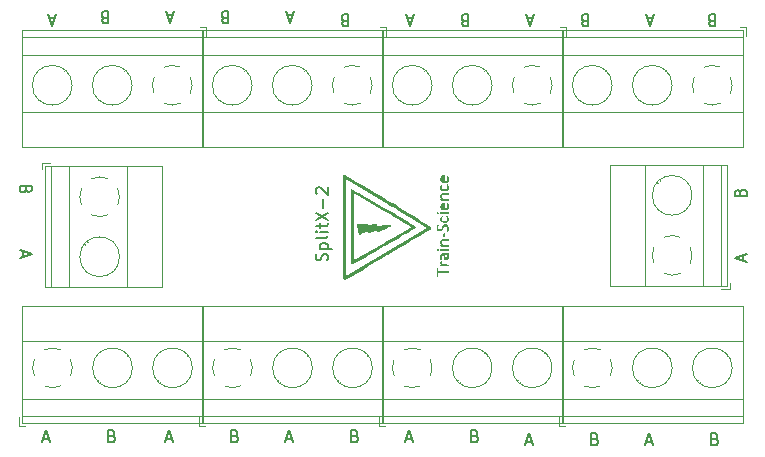
<source format=gbr>
%TF.GenerationSoftware,KiCad,Pcbnew,7.0.7*%
%TF.CreationDate,2023-09-03T21:45:32+02:00*%
%TF.ProjectId,SplitX_2,53706c69-7458-45f3-922e-6b696361645f,rev?*%
%TF.SameCoordinates,Original*%
%TF.FileFunction,Legend,Top*%
%TF.FilePolarity,Positive*%
%FSLAX46Y46*%
G04 Gerber Fmt 4.6, Leading zero omitted, Abs format (unit mm)*
G04 Created by KiCad (PCBNEW 7.0.7) date 2023-09-03 21:45:32*
%MOMM*%
%LPD*%
G01*
G04 APERTURE LIST*
%ADD10C,0.150000*%
%ADD11C,0.120000*%
%ADD12R,2.600000X2.600000*%
%ADD13C,2.600000*%
%ADD14C,3.200000*%
G04 APERTURE END LIST*
D10*
X245134190Y-74083104D02*
X245610380Y-74083104D01*
X245038952Y-74368819D02*
X245372285Y-73368819D01*
X245372285Y-73368819D02*
X245705618Y-74368819D01*
X250943715Y-73845009D02*
X251086572Y-73892628D01*
X251086572Y-73892628D02*
X251134191Y-73940247D01*
X251134191Y-73940247D02*
X251181810Y-74035485D01*
X251181810Y-74035485D02*
X251181810Y-74178342D01*
X251181810Y-74178342D02*
X251134191Y-74273580D01*
X251134191Y-74273580D02*
X251086572Y-74321200D01*
X251086572Y-74321200D02*
X250991334Y-74368819D01*
X250991334Y-74368819D02*
X250610382Y-74368819D01*
X250610382Y-74368819D02*
X250610382Y-73368819D01*
X250610382Y-73368819D02*
X250943715Y-73368819D01*
X250943715Y-73368819D02*
X251038953Y-73416438D01*
X251038953Y-73416438D02*
X251086572Y-73464057D01*
X251086572Y-73464057D02*
X251134191Y-73559295D01*
X251134191Y-73559295D02*
X251134191Y-73654533D01*
X251134191Y-73654533D02*
X251086572Y-73749771D01*
X251086572Y-73749771D02*
X251038953Y-73797390D01*
X251038953Y-73797390D02*
X250943715Y-73845009D01*
X250943715Y-73845009D02*
X250610382Y-73845009D01*
X250626571Y-38422990D02*
X250483714Y-38375371D01*
X250483714Y-38375371D02*
X250436095Y-38327752D01*
X250436095Y-38327752D02*
X250388476Y-38232514D01*
X250388476Y-38232514D02*
X250388476Y-38089657D01*
X250388476Y-38089657D02*
X250436095Y-37994419D01*
X250436095Y-37994419D02*
X250483714Y-37946800D01*
X250483714Y-37946800D02*
X250578952Y-37899180D01*
X250578952Y-37899180D02*
X250959904Y-37899180D01*
X250959904Y-37899180D02*
X250959904Y-38899180D01*
X250959904Y-38899180D02*
X250626571Y-38899180D01*
X250626571Y-38899180D02*
X250531333Y-38851561D01*
X250531333Y-38851561D02*
X250483714Y-38803942D01*
X250483714Y-38803942D02*
X250436095Y-38708704D01*
X250436095Y-38708704D02*
X250436095Y-38613466D01*
X250436095Y-38613466D02*
X250483714Y-38518228D01*
X250483714Y-38518228D02*
X250531333Y-38470609D01*
X250531333Y-38470609D02*
X250626571Y-38422990D01*
X250626571Y-38422990D02*
X250959904Y-38422990D01*
X235523809Y-38184895D02*
X235047619Y-38184895D01*
X235619047Y-37899180D02*
X235285714Y-38899180D01*
X235285714Y-38899180D02*
X234952381Y-37899180D01*
X229714284Y-38422990D02*
X229571427Y-38375371D01*
X229571427Y-38375371D02*
X229523808Y-38327752D01*
X229523808Y-38327752D02*
X229476189Y-38232514D01*
X229476189Y-38232514D02*
X229476189Y-38089657D01*
X229476189Y-38089657D02*
X229523808Y-37994419D01*
X229523808Y-37994419D02*
X229571427Y-37946800D01*
X229571427Y-37946800D02*
X229666665Y-37899180D01*
X229666665Y-37899180D02*
X230047617Y-37899180D01*
X230047617Y-37899180D02*
X230047617Y-38899180D01*
X230047617Y-38899180D02*
X229714284Y-38899180D01*
X229714284Y-38899180D02*
X229619046Y-38851561D01*
X229619046Y-38851561D02*
X229571427Y-38803942D01*
X229571427Y-38803942D02*
X229523808Y-38708704D01*
X229523808Y-38708704D02*
X229523808Y-38613466D01*
X229523808Y-38613466D02*
X229571427Y-38518228D01*
X229571427Y-38518228D02*
X229619046Y-38470609D01*
X229619046Y-38470609D02*
X229714284Y-38422990D01*
X229714284Y-38422990D02*
X230047617Y-38422990D01*
X214654190Y-73829104D02*
X215130380Y-73829104D01*
X214558952Y-74114819D02*
X214892285Y-73114819D01*
X214892285Y-73114819D02*
X215225618Y-74114819D01*
X220463715Y-73591009D02*
X220606572Y-73638628D01*
X220606572Y-73638628D02*
X220654191Y-73686247D01*
X220654191Y-73686247D02*
X220701810Y-73781485D01*
X220701810Y-73781485D02*
X220701810Y-73924342D01*
X220701810Y-73924342D02*
X220654191Y-74019580D01*
X220654191Y-74019580D02*
X220606572Y-74067200D01*
X220606572Y-74067200D02*
X220511334Y-74114819D01*
X220511334Y-74114819D02*
X220130382Y-74114819D01*
X220130382Y-74114819D02*
X220130382Y-73114819D01*
X220130382Y-73114819D02*
X220463715Y-73114819D01*
X220463715Y-73114819D02*
X220558953Y-73162438D01*
X220558953Y-73162438D02*
X220606572Y-73210057D01*
X220606572Y-73210057D02*
X220654191Y-73305295D01*
X220654191Y-73305295D02*
X220654191Y-73400533D01*
X220654191Y-73400533D02*
X220606572Y-73495771D01*
X220606572Y-73495771D02*
X220558953Y-73543390D01*
X220558953Y-73543390D02*
X220463715Y-73591009D01*
X220463715Y-73591009D02*
X220130382Y-73591009D01*
X245683809Y-38184895D02*
X245207619Y-38184895D01*
X245779047Y-37899180D02*
X245445714Y-38899180D01*
X245445714Y-38899180D02*
X245112381Y-37899180D01*
X239874284Y-38422990D02*
X239731427Y-38375371D01*
X239731427Y-38375371D02*
X239683808Y-38327752D01*
X239683808Y-38327752D02*
X239636189Y-38232514D01*
X239636189Y-38232514D02*
X239636189Y-38089657D01*
X239636189Y-38089657D02*
X239683808Y-37994419D01*
X239683808Y-37994419D02*
X239731427Y-37946800D01*
X239731427Y-37946800D02*
X239826665Y-37899180D01*
X239826665Y-37899180D02*
X240207617Y-37899180D01*
X240207617Y-37899180D02*
X240207617Y-38899180D01*
X240207617Y-38899180D02*
X239874284Y-38899180D01*
X239874284Y-38899180D02*
X239779046Y-38851561D01*
X239779046Y-38851561D02*
X239731427Y-38803942D01*
X239731427Y-38803942D02*
X239683808Y-38708704D01*
X239683808Y-38708704D02*
X239683808Y-38613466D01*
X239683808Y-38613466D02*
X239731427Y-38518228D01*
X239731427Y-38518228D02*
X239779046Y-38470609D01*
X239779046Y-38470609D02*
X239874284Y-38422990D01*
X239874284Y-38422990D02*
X240207617Y-38422990D01*
X224814190Y-73829104D02*
X225290380Y-73829104D01*
X224718952Y-74114819D02*
X225052285Y-73114819D01*
X225052285Y-73114819D02*
X225385618Y-74114819D01*
X230623715Y-73591009D02*
X230766572Y-73638628D01*
X230766572Y-73638628D02*
X230814191Y-73686247D01*
X230814191Y-73686247D02*
X230861810Y-73781485D01*
X230861810Y-73781485D02*
X230861810Y-73924342D01*
X230861810Y-73924342D02*
X230814191Y-74019580D01*
X230814191Y-74019580D02*
X230766572Y-74067200D01*
X230766572Y-74067200D02*
X230671334Y-74114819D01*
X230671334Y-74114819D02*
X230290382Y-74114819D01*
X230290382Y-74114819D02*
X230290382Y-73114819D01*
X230290382Y-73114819D02*
X230623715Y-73114819D01*
X230623715Y-73114819D02*
X230718953Y-73162438D01*
X230718953Y-73162438D02*
X230766572Y-73210057D01*
X230766572Y-73210057D02*
X230814191Y-73305295D01*
X230814191Y-73305295D02*
X230814191Y-73400533D01*
X230814191Y-73400533D02*
X230766572Y-73495771D01*
X230766572Y-73495771D02*
X230718953Y-73543390D01*
X230718953Y-73543390D02*
X230623715Y-73591009D01*
X230623715Y-73591009D02*
X230290382Y-73591009D01*
X218085200Y-58721237D02*
X218132819Y-58578380D01*
X218132819Y-58578380D02*
X218132819Y-58340285D01*
X218132819Y-58340285D02*
X218085200Y-58245047D01*
X218085200Y-58245047D02*
X218037580Y-58197428D01*
X218037580Y-58197428D02*
X217942342Y-58149809D01*
X217942342Y-58149809D02*
X217847104Y-58149809D01*
X217847104Y-58149809D02*
X217751866Y-58197428D01*
X217751866Y-58197428D02*
X217704247Y-58245047D01*
X217704247Y-58245047D02*
X217656628Y-58340285D01*
X217656628Y-58340285D02*
X217609009Y-58530761D01*
X217609009Y-58530761D02*
X217561390Y-58625999D01*
X217561390Y-58625999D02*
X217513771Y-58673618D01*
X217513771Y-58673618D02*
X217418533Y-58721237D01*
X217418533Y-58721237D02*
X217323295Y-58721237D01*
X217323295Y-58721237D02*
X217228057Y-58673618D01*
X217228057Y-58673618D02*
X217180438Y-58625999D01*
X217180438Y-58625999D02*
X217132819Y-58530761D01*
X217132819Y-58530761D02*
X217132819Y-58292666D01*
X217132819Y-58292666D02*
X217180438Y-58149809D01*
X217466152Y-57721237D02*
X218466152Y-57721237D01*
X217513771Y-57721237D02*
X217466152Y-57625999D01*
X217466152Y-57625999D02*
X217466152Y-57435523D01*
X217466152Y-57435523D02*
X217513771Y-57340285D01*
X217513771Y-57340285D02*
X217561390Y-57292666D01*
X217561390Y-57292666D02*
X217656628Y-57245047D01*
X217656628Y-57245047D02*
X217942342Y-57245047D01*
X217942342Y-57245047D02*
X218037580Y-57292666D01*
X218037580Y-57292666D02*
X218085200Y-57340285D01*
X218085200Y-57340285D02*
X218132819Y-57435523D01*
X218132819Y-57435523D02*
X218132819Y-57625999D01*
X218132819Y-57625999D02*
X218085200Y-57721237D01*
X218132819Y-56673618D02*
X218085200Y-56768856D01*
X218085200Y-56768856D02*
X217989961Y-56816475D01*
X217989961Y-56816475D02*
X217132819Y-56816475D01*
X218132819Y-56292665D02*
X217466152Y-56292665D01*
X217132819Y-56292665D02*
X217180438Y-56340284D01*
X217180438Y-56340284D02*
X217228057Y-56292665D01*
X217228057Y-56292665D02*
X217180438Y-56245046D01*
X217180438Y-56245046D02*
X217132819Y-56292665D01*
X217132819Y-56292665D02*
X217228057Y-56292665D01*
X217466152Y-55959332D02*
X217466152Y-55578380D01*
X217132819Y-55816475D02*
X217989961Y-55816475D01*
X217989961Y-55816475D02*
X218085200Y-55768856D01*
X218085200Y-55768856D02*
X218132819Y-55673618D01*
X218132819Y-55673618D02*
X218132819Y-55578380D01*
X217132819Y-55340284D02*
X218132819Y-54673618D01*
X217132819Y-54673618D02*
X218132819Y-55340284D01*
X217751866Y-54292665D02*
X217751866Y-53530761D01*
X217228057Y-53102189D02*
X217180438Y-53054570D01*
X217180438Y-53054570D02*
X217132819Y-52959332D01*
X217132819Y-52959332D02*
X217132819Y-52721237D01*
X217132819Y-52721237D02*
X217180438Y-52625999D01*
X217180438Y-52625999D02*
X217228057Y-52578380D01*
X217228057Y-52578380D02*
X217323295Y-52530761D01*
X217323295Y-52530761D02*
X217418533Y-52530761D01*
X217418533Y-52530761D02*
X217561390Y-52578380D01*
X217561390Y-52578380D02*
X218132819Y-53149808D01*
X218132819Y-53149808D02*
X218132819Y-52530761D01*
X205043809Y-37930895D02*
X204567619Y-37930895D01*
X205139047Y-37645180D02*
X204805714Y-38645180D01*
X204805714Y-38645180D02*
X204472381Y-37645180D01*
X199234284Y-38168990D02*
X199091427Y-38121371D01*
X199091427Y-38121371D02*
X199043808Y-38073752D01*
X199043808Y-38073752D02*
X198996189Y-37978514D01*
X198996189Y-37978514D02*
X198996189Y-37835657D01*
X198996189Y-37835657D02*
X199043808Y-37740419D01*
X199043808Y-37740419D02*
X199091427Y-37692800D01*
X199091427Y-37692800D02*
X199186665Y-37645180D01*
X199186665Y-37645180D02*
X199567617Y-37645180D01*
X199567617Y-37645180D02*
X199567617Y-38645180D01*
X199567617Y-38645180D02*
X199234284Y-38645180D01*
X199234284Y-38645180D02*
X199139046Y-38597561D01*
X199139046Y-38597561D02*
X199091427Y-38549942D01*
X199091427Y-38549942D02*
X199043808Y-38454704D01*
X199043808Y-38454704D02*
X199043808Y-38359466D01*
X199043808Y-38359466D02*
X199091427Y-38264228D01*
X199091427Y-38264228D02*
X199139046Y-38216609D01*
X199139046Y-38216609D02*
X199234284Y-38168990D01*
X199234284Y-38168990D02*
X199567617Y-38168990D01*
X225363809Y-38184895D02*
X224887619Y-38184895D01*
X225459047Y-37899180D02*
X225125714Y-38899180D01*
X225125714Y-38899180D02*
X224792381Y-37899180D01*
X219554284Y-38422990D02*
X219411427Y-38375371D01*
X219411427Y-38375371D02*
X219363808Y-38327752D01*
X219363808Y-38327752D02*
X219316189Y-38232514D01*
X219316189Y-38232514D02*
X219316189Y-38089657D01*
X219316189Y-38089657D02*
X219363808Y-37994419D01*
X219363808Y-37994419D02*
X219411427Y-37946800D01*
X219411427Y-37946800D02*
X219506665Y-37899180D01*
X219506665Y-37899180D02*
X219887617Y-37899180D01*
X219887617Y-37899180D02*
X219887617Y-38899180D01*
X219887617Y-38899180D02*
X219554284Y-38899180D01*
X219554284Y-38899180D02*
X219459046Y-38851561D01*
X219459046Y-38851561D02*
X219411427Y-38803942D01*
X219411427Y-38803942D02*
X219363808Y-38708704D01*
X219363808Y-38708704D02*
X219363808Y-38613466D01*
X219363808Y-38613466D02*
X219411427Y-38518228D01*
X219411427Y-38518228D02*
X219459046Y-38470609D01*
X219459046Y-38470609D02*
X219554284Y-38422990D01*
X219554284Y-38422990D02*
X219887617Y-38422990D01*
X204494190Y-73829104D02*
X204970380Y-73829104D01*
X204398952Y-74114819D02*
X204732285Y-73114819D01*
X204732285Y-73114819D02*
X205065618Y-74114819D01*
X210303715Y-73591009D02*
X210446572Y-73638628D01*
X210446572Y-73638628D02*
X210494191Y-73686247D01*
X210494191Y-73686247D02*
X210541810Y-73781485D01*
X210541810Y-73781485D02*
X210541810Y-73924342D01*
X210541810Y-73924342D02*
X210494191Y-74019580D01*
X210494191Y-74019580D02*
X210446572Y-74067200D01*
X210446572Y-74067200D02*
X210351334Y-74114819D01*
X210351334Y-74114819D02*
X209970382Y-74114819D01*
X209970382Y-74114819D02*
X209970382Y-73114819D01*
X209970382Y-73114819D02*
X210303715Y-73114819D01*
X210303715Y-73114819D02*
X210398953Y-73162438D01*
X210398953Y-73162438D02*
X210446572Y-73210057D01*
X210446572Y-73210057D02*
X210494191Y-73305295D01*
X210494191Y-73305295D02*
X210494191Y-73400533D01*
X210494191Y-73400533D02*
X210446572Y-73495771D01*
X210446572Y-73495771D02*
X210398953Y-73543390D01*
X210398953Y-73543390D02*
X210303715Y-73591009D01*
X210303715Y-73591009D02*
X209970382Y-73591009D01*
X215203809Y-37930895D02*
X214727619Y-37930895D01*
X215299047Y-37645180D02*
X214965714Y-38645180D01*
X214965714Y-38645180D02*
X214632381Y-37645180D01*
X209394284Y-38168990D02*
X209251427Y-38121371D01*
X209251427Y-38121371D02*
X209203808Y-38073752D01*
X209203808Y-38073752D02*
X209156189Y-37978514D01*
X209156189Y-37978514D02*
X209156189Y-37835657D01*
X209156189Y-37835657D02*
X209203808Y-37740419D01*
X209203808Y-37740419D02*
X209251427Y-37692800D01*
X209251427Y-37692800D02*
X209346665Y-37645180D01*
X209346665Y-37645180D02*
X209727617Y-37645180D01*
X209727617Y-37645180D02*
X209727617Y-38645180D01*
X209727617Y-38645180D02*
X209394284Y-38645180D01*
X209394284Y-38645180D02*
X209299046Y-38597561D01*
X209299046Y-38597561D02*
X209251427Y-38549942D01*
X209251427Y-38549942D02*
X209203808Y-38454704D01*
X209203808Y-38454704D02*
X209203808Y-38359466D01*
X209203808Y-38359466D02*
X209251427Y-38264228D01*
X209251427Y-38264228D02*
X209299046Y-38216609D01*
X209299046Y-38216609D02*
X209394284Y-38168990D01*
X209394284Y-38168990D02*
X209727617Y-38168990D01*
X192600990Y-52729142D02*
X192553371Y-52871999D01*
X192553371Y-52871999D02*
X192505752Y-52919618D01*
X192505752Y-52919618D02*
X192410514Y-52967237D01*
X192410514Y-52967237D02*
X192267657Y-52967237D01*
X192267657Y-52967237D02*
X192172419Y-52919618D01*
X192172419Y-52919618D02*
X192124800Y-52871999D01*
X192124800Y-52871999D02*
X192077180Y-52776761D01*
X192077180Y-52776761D02*
X192077180Y-52395809D01*
X192077180Y-52395809D02*
X193077180Y-52395809D01*
X193077180Y-52395809D02*
X193077180Y-52729142D01*
X193077180Y-52729142D02*
X193029561Y-52824380D01*
X193029561Y-52824380D02*
X192981942Y-52871999D01*
X192981942Y-52871999D02*
X192886704Y-52919618D01*
X192886704Y-52919618D02*
X192791466Y-52919618D01*
X192791466Y-52919618D02*
X192696228Y-52871999D01*
X192696228Y-52871999D02*
X192648609Y-52824380D01*
X192648609Y-52824380D02*
X192600990Y-52729142D01*
X192600990Y-52729142D02*
X192600990Y-52395809D01*
X192362895Y-57919620D02*
X192362895Y-58395810D01*
X192077180Y-57824382D02*
X193077180Y-58157715D01*
X193077180Y-58157715D02*
X192077180Y-58491048D01*
X194080190Y-73829104D02*
X194556380Y-73829104D01*
X193984952Y-74114819D02*
X194318285Y-73114819D01*
X194318285Y-73114819D02*
X194651618Y-74114819D01*
X199889715Y-73591009D02*
X200032572Y-73638628D01*
X200032572Y-73638628D02*
X200080191Y-73686247D01*
X200080191Y-73686247D02*
X200127810Y-73781485D01*
X200127810Y-73781485D02*
X200127810Y-73924342D01*
X200127810Y-73924342D02*
X200080191Y-74019580D01*
X200080191Y-74019580D02*
X200032572Y-74067200D01*
X200032572Y-74067200D02*
X199937334Y-74114819D01*
X199937334Y-74114819D02*
X199556382Y-74114819D01*
X199556382Y-74114819D02*
X199556382Y-73114819D01*
X199556382Y-73114819D02*
X199889715Y-73114819D01*
X199889715Y-73114819D02*
X199984953Y-73162438D01*
X199984953Y-73162438D02*
X200032572Y-73210057D01*
X200032572Y-73210057D02*
X200080191Y-73305295D01*
X200080191Y-73305295D02*
X200080191Y-73400533D01*
X200080191Y-73400533D02*
X200032572Y-73495771D01*
X200032572Y-73495771D02*
X199984953Y-73543390D01*
X199984953Y-73543390D02*
X199889715Y-73591009D01*
X199889715Y-73591009D02*
X199556382Y-73591009D01*
X195056094Y-38184895D02*
X194579904Y-38184895D01*
X195151332Y-37899180D02*
X194817999Y-38899180D01*
X194817999Y-38899180D02*
X194484666Y-37899180D01*
X234974190Y-74083104D02*
X235450380Y-74083104D01*
X234878952Y-74368819D02*
X235212285Y-73368819D01*
X235212285Y-73368819D02*
X235545618Y-74368819D01*
X240783715Y-73845009D02*
X240926572Y-73892628D01*
X240926572Y-73892628D02*
X240974191Y-73940247D01*
X240974191Y-73940247D02*
X241021810Y-74035485D01*
X241021810Y-74035485D02*
X241021810Y-74178342D01*
X241021810Y-74178342D02*
X240974191Y-74273580D01*
X240974191Y-74273580D02*
X240926572Y-74321200D01*
X240926572Y-74321200D02*
X240831334Y-74368819D01*
X240831334Y-74368819D02*
X240450382Y-74368819D01*
X240450382Y-74368819D02*
X240450382Y-73368819D01*
X240450382Y-73368819D02*
X240783715Y-73368819D01*
X240783715Y-73368819D02*
X240878953Y-73416438D01*
X240878953Y-73416438D02*
X240926572Y-73464057D01*
X240926572Y-73464057D02*
X240974191Y-73559295D01*
X240974191Y-73559295D02*
X240974191Y-73654533D01*
X240974191Y-73654533D02*
X240926572Y-73749771D01*
X240926572Y-73749771D02*
X240878953Y-73797390D01*
X240878953Y-73797390D02*
X240783715Y-73845009D01*
X240783715Y-73845009D02*
X240450382Y-73845009D01*
X253316104Y-58769809D02*
X253316104Y-58293619D01*
X253601819Y-58865047D02*
X252601819Y-58531714D01*
X252601819Y-58531714D02*
X253601819Y-58198381D01*
X253078009Y-52960284D02*
X253125628Y-52817427D01*
X253125628Y-52817427D02*
X253173247Y-52769808D01*
X253173247Y-52769808D02*
X253268485Y-52722189D01*
X253268485Y-52722189D02*
X253411342Y-52722189D01*
X253411342Y-52722189D02*
X253506580Y-52769808D01*
X253506580Y-52769808D02*
X253554200Y-52817427D01*
X253554200Y-52817427D02*
X253601819Y-52912665D01*
X253601819Y-52912665D02*
X253601819Y-53293617D01*
X253601819Y-53293617D02*
X252601819Y-53293617D01*
X252601819Y-53293617D02*
X252601819Y-52960284D01*
X252601819Y-52960284D02*
X252649438Y-52865046D01*
X252649438Y-52865046D02*
X252697057Y-52817427D01*
X252697057Y-52817427D02*
X252792295Y-52769808D01*
X252792295Y-52769808D02*
X252887533Y-52769808D01*
X252887533Y-52769808D02*
X252982771Y-52817427D01*
X252982771Y-52817427D02*
X253030390Y-52865046D01*
X253030390Y-52865046D02*
X253078009Y-52960284D01*
X253078009Y-52960284D02*
X253078009Y-53293617D01*
D11*
%TO.C,J5*%
X208988000Y-45166000D02*
X209023000Y-45130000D01*
X207458000Y-49152000D02*
X207458000Y-39231000D01*
X216365000Y-42868000D02*
X216412000Y-42822000D01*
X222818000Y-39231000D02*
X207458000Y-39231000D01*
X222818000Y-46192000D02*
X207458000Y-46192000D01*
X222818000Y-41291000D02*
X207458000Y-41291000D01*
X223058000Y-39731000D02*
X223058000Y-38991000D01*
X222818000Y-49152000D02*
X222818000Y-39231000D01*
X222818000Y-39791000D02*
X207458000Y-39791000D01*
X211285000Y-42868000D02*
X211332000Y-42822000D01*
X216172000Y-42652000D02*
X216207000Y-42617000D01*
X211092000Y-42652000D02*
X211127000Y-42617000D01*
X223058000Y-38991000D02*
X222558000Y-38991000D01*
X208783000Y-44960000D02*
X208830000Y-44914000D01*
X214068000Y-45166000D02*
X214103000Y-45130000D01*
X222818000Y-49152000D02*
X207458000Y-49152000D01*
X213863000Y-44960000D02*
X213910000Y-44914000D01*
X218683000Y-43207000D02*
G75*
G03*
X218682574Y-44574042I1535000J-684000D01*
G01*
X220902000Y-42356001D02*
G75*
G03*
X220189195Y-42210748I-683999J-1535000D01*
G01*
X220218000Y-42211001D02*
G75*
G03*
X219534682Y-42356245I0J-1679999D01*
G01*
X221752999Y-44574999D02*
G75*
G03*
X221753426Y-43207958I-1534992J684000D01*
G01*
X219534001Y-45425999D02*
G75*
G03*
X220901042Y-45426426I684000J1534992D01*
G01*
X211738000Y-43891000D02*
G75*
G03*
X211738000Y-43891000I-1680000J0D01*
G01*
X216818000Y-43891000D02*
G75*
G03*
X216818000Y-43891000I-1680000J0D01*
G01*
%TO.C,Je*%
X221515000Y-66749000D02*
X221468000Y-66795000D01*
X207480000Y-70418000D02*
X222840000Y-70418000D01*
X219206000Y-69057000D02*
X219171000Y-69092000D01*
X207240000Y-72718000D02*
X207740000Y-72718000D01*
X221310000Y-66543000D02*
X221275000Y-66579000D01*
X207480000Y-72478000D02*
X222840000Y-72478000D01*
X214126000Y-69057000D02*
X214091000Y-69092000D01*
X219013000Y-68841000D02*
X218966000Y-68887000D01*
X207480000Y-71918000D02*
X222840000Y-71918000D01*
X216435000Y-66749000D02*
X216388000Y-66795000D01*
X207480000Y-62557000D02*
X207480000Y-72478000D01*
X222840000Y-62557000D02*
X222840000Y-72478000D01*
X207480000Y-62557000D02*
X222840000Y-62557000D01*
X216230000Y-66543000D02*
X216195000Y-66579000D01*
X207240000Y-71978000D02*
X207240000Y-72718000D01*
X207480000Y-65517000D02*
X222840000Y-65517000D01*
X213933000Y-68841000D02*
X213886000Y-68887000D01*
X208545001Y-67134001D02*
G75*
G03*
X208544574Y-68501042I1534992J-684000D01*
G01*
X210080000Y-69497999D02*
G75*
G03*
X210763318Y-69352755I0J1679999D01*
G01*
X211615000Y-68502000D02*
G75*
G03*
X211615426Y-67134958I-1535000J684000D01*
G01*
X210763999Y-66283001D02*
G75*
G03*
X209396958Y-66282574I-684000J-1534992D01*
G01*
X209396000Y-69352999D02*
G75*
G03*
X210108805Y-69498252I683999J1535000D01*
G01*
X221920000Y-67818000D02*
G75*
G03*
X221920000Y-67818000I-1680000J0D01*
G01*
X216840000Y-67818000D02*
G75*
G03*
X216840000Y-67818000I-1680000J0D01*
G01*
%TO.C,J4*%
X206070000Y-66543000D02*
X206035000Y-66579000D01*
X192240000Y-62557000D02*
X207600000Y-62557000D01*
X192240000Y-72478000D02*
X207600000Y-72478000D01*
X192000000Y-71978000D02*
X192000000Y-72718000D01*
X207600000Y-62557000D02*
X207600000Y-72478000D01*
X192240000Y-70418000D02*
X207600000Y-70418000D01*
X192240000Y-65517000D02*
X207600000Y-65517000D01*
X200990000Y-66543000D02*
X200955000Y-66579000D01*
X192240000Y-62557000D02*
X192240000Y-72478000D01*
X198886000Y-69057000D02*
X198851000Y-69092000D01*
X203966000Y-69057000D02*
X203931000Y-69092000D01*
X201195000Y-66749000D02*
X201148000Y-66795000D01*
X192000000Y-72718000D02*
X192500000Y-72718000D01*
X206275000Y-66749000D02*
X206228000Y-66795000D01*
X192240000Y-71918000D02*
X207600000Y-71918000D01*
X198693000Y-68841000D02*
X198646000Y-68887000D01*
X203773000Y-68841000D02*
X203726000Y-68887000D01*
X194156000Y-69352999D02*
G75*
G03*
X194868805Y-69498252I683999J1535000D01*
G01*
X196375000Y-68502000D02*
G75*
G03*
X196375426Y-67134958I-1535000J684000D01*
G01*
X195523999Y-66283001D02*
G75*
G03*
X194156958Y-66282574I-684000J-1534992D01*
G01*
X194840000Y-69497999D02*
G75*
G03*
X195523318Y-69352755I0J1679999D01*
G01*
X193305001Y-67134001D02*
G75*
G03*
X193304574Y-68501042I1534992J-684000D01*
G01*
X201600000Y-67818000D02*
G75*
G03*
X201600000Y-67818000I-1680000J0D01*
G01*
X206680000Y-67818000D02*
G75*
G03*
X206680000Y-67818000I-1680000J0D01*
G01*
%TO.C,J1*%
X194671000Y-50495000D02*
X193931000Y-50495000D01*
X201132000Y-50735000D02*
X201132000Y-61015000D01*
X193931000Y-50495000D02*
X193931000Y-50995000D01*
X204092000Y-50735000D02*
X194171000Y-50735000D01*
X197808000Y-57188000D02*
X197762000Y-57141000D01*
X204092000Y-61015000D02*
X194171000Y-61015000D01*
X196231000Y-50735000D02*
X196231000Y-61015000D01*
X204092000Y-50735000D02*
X204092000Y-61015000D01*
X194171000Y-50735000D02*
X194171000Y-61015000D01*
X200106000Y-59485000D02*
X200070000Y-59450000D01*
X194731000Y-50735000D02*
X194731000Y-61015000D01*
X199900000Y-59690000D02*
X199854000Y-59643000D01*
X197592000Y-57381000D02*
X197557000Y-57346000D01*
X200365999Y-54018999D02*
G75*
G03*
X200366426Y-52651958I-1534992J684000D01*
G01*
X199514999Y-51800001D02*
G75*
G03*
X198147958Y-51799574I-684000J-1534992D01*
G01*
X197296001Y-52651000D02*
G75*
G03*
X197150748Y-53363805I1535000J-683999D01*
G01*
X198147000Y-54870000D02*
G75*
G03*
X199514042Y-54870426I684000J1535000D01*
G01*
X197151001Y-53335000D02*
G75*
G03*
X197296245Y-54018318I1679999J0D01*
G01*
X200511000Y-58415000D02*
G75*
G03*
X200511000Y-58415000I-1680000J0D01*
G01*
%TO.C,J8*%
X222698000Y-62557000D02*
X238058000Y-62557000D01*
X222698000Y-65517000D02*
X238058000Y-65517000D01*
X222458000Y-71978000D02*
X222458000Y-72718000D01*
X234424000Y-69057000D02*
X234389000Y-69092000D01*
X236528000Y-66543000D02*
X236493000Y-66579000D01*
X222698000Y-71918000D02*
X238058000Y-71918000D01*
X231448000Y-66543000D02*
X231413000Y-66579000D01*
X222698000Y-62557000D02*
X222698000Y-72478000D01*
X238058000Y-62557000D02*
X238058000Y-72478000D01*
X222698000Y-72478000D02*
X238058000Y-72478000D01*
X222698000Y-70418000D02*
X238058000Y-70418000D01*
X231653000Y-66749000D02*
X231606000Y-66795000D01*
X236733000Y-66749000D02*
X236686000Y-66795000D01*
X229151000Y-68841000D02*
X229104000Y-68887000D01*
X229344000Y-69057000D02*
X229309000Y-69092000D01*
X222458000Y-72718000D02*
X222958000Y-72718000D01*
X234231000Y-68841000D02*
X234184000Y-68887000D01*
X225298000Y-69497999D02*
G75*
G03*
X225981318Y-69352755I0J1679999D01*
G01*
X224614000Y-69352999D02*
G75*
G03*
X225326805Y-69498252I683999J1535000D01*
G01*
X225981999Y-66283001D02*
G75*
G03*
X224614958Y-66282574I-684000J-1534992D01*
G01*
X226833000Y-68502000D02*
G75*
G03*
X226833426Y-67134958I-1535000J684000D01*
G01*
X223763001Y-67134001D02*
G75*
G03*
X223762574Y-68501042I1534992J-684000D01*
G01*
X232058000Y-67818000D02*
G75*
G03*
X232058000Y-67818000I-1680000J0D01*
G01*
X237138000Y-67818000D02*
G75*
G03*
X237138000Y-67818000I-1680000J0D01*
G01*
%TO.C,J2*%
X253303000Y-39231000D02*
X237943000Y-39231000D01*
X253543000Y-39731000D02*
X253543000Y-38991000D01*
X253303000Y-49152000D02*
X253303000Y-39231000D01*
X246657000Y-42652000D02*
X246692000Y-42617000D01*
X246850000Y-42868000D02*
X246897000Y-42822000D01*
X253303000Y-49152000D02*
X237943000Y-49152000D01*
X253303000Y-46192000D02*
X237943000Y-46192000D01*
X253303000Y-41291000D02*
X237943000Y-41291000D01*
X239268000Y-44960000D02*
X239315000Y-44914000D01*
X244553000Y-45166000D02*
X244588000Y-45130000D01*
X253543000Y-38991000D02*
X253043000Y-38991000D01*
X241577000Y-42652000D02*
X241612000Y-42617000D01*
X253303000Y-39791000D02*
X237943000Y-39791000D01*
X244348000Y-44960000D02*
X244395000Y-44914000D01*
X239473000Y-45166000D02*
X239508000Y-45130000D01*
X237943000Y-49152000D02*
X237943000Y-39231000D01*
X241770000Y-42868000D02*
X241817000Y-42822000D01*
X251387000Y-42356001D02*
G75*
G03*
X250674195Y-42210748I-683999J-1535000D01*
G01*
X250019001Y-45425999D02*
G75*
G03*
X251386042Y-45426426I684000J1534992D01*
G01*
X250703000Y-42211001D02*
G75*
G03*
X250019682Y-42356245I0J-1679999D01*
G01*
X249168000Y-43207000D02*
G75*
G03*
X249167574Y-44574042I1535000J-684000D01*
G01*
X252237999Y-44574999D02*
G75*
G03*
X252238426Y-43207958I-1534992J684000D01*
G01*
X242223000Y-43891000D02*
G75*
G03*
X242223000Y-43891000I-1680000J0D01*
G01*
X247303000Y-43891000D02*
G75*
G03*
X247303000Y-43891000I-1680000J0D01*
G01*
%TO.C,J7*%
X192218000Y-49152000D02*
X192218000Y-39231000D01*
X201125000Y-42868000D02*
X201172000Y-42822000D01*
X207578000Y-49152000D02*
X207578000Y-39231000D01*
X196045000Y-42868000D02*
X196092000Y-42822000D01*
X198623000Y-44960000D02*
X198670000Y-44914000D01*
X195852000Y-42652000D02*
X195887000Y-42617000D01*
X200932000Y-42652000D02*
X200967000Y-42617000D01*
X207578000Y-49152000D02*
X192218000Y-49152000D01*
X207818000Y-39731000D02*
X207818000Y-38991000D01*
X207578000Y-46192000D02*
X192218000Y-46192000D01*
X207578000Y-41291000D02*
X192218000Y-41291000D01*
X198828000Y-45166000D02*
X198863000Y-45130000D01*
X207578000Y-39231000D02*
X192218000Y-39231000D01*
X193543000Y-44960000D02*
X193590000Y-44914000D01*
X193748000Y-45166000D02*
X193783000Y-45130000D01*
X207578000Y-39791000D02*
X192218000Y-39791000D01*
X207818000Y-38991000D02*
X207318000Y-38991000D01*
X206512999Y-44574999D02*
G75*
G03*
X206513426Y-43207958I-1534992J684000D01*
G01*
X204294001Y-45425999D02*
G75*
G03*
X205661042Y-45426426I684000J1534992D01*
G01*
X205662000Y-42356001D02*
G75*
G03*
X204949195Y-42210748I-683999J-1535000D01*
G01*
X204978000Y-42211001D02*
G75*
G03*
X204294682Y-42356245I0J-1679999D01*
G01*
X203443000Y-43207000D02*
G75*
G03*
X203442574Y-44574042I1535000J-684000D01*
G01*
X196498000Y-43891000D02*
G75*
G03*
X196498000Y-43891000I-1680000J0D01*
G01*
X201578000Y-43891000D02*
G75*
G03*
X201578000Y-43891000I-1680000J0D01*
G01*
%TO.C,J9*%
X237944000Y-62557000D02*
X237944000Y-72478000D01*
X251774000Y-66543000D02*
X251739000Y-66579000D01*
X253304000Y-62557000D02*
X253304000Y-72478000D01*
X244397000Y-68841000D02*
X244350000Y-68887000D01*
X246899000Y-66749000D02*
X246852000Y-66795000D01*
X237944000Y-70418000D02*
X253304000Y-70418000D01*
X251979000Y-66749000D02*
X251932000Y-66795000D01*
X246694000Y-66543000D02*
X246659000Y-66579000D01*
X237704000Y-72718000D02*
X238204000Y-72718000D01*
X237944000Y-71918000D02*
X253304000Y-71918000D01*
X244590000Y-69057000D02*
X244555000Y-69092000D01*
X249477000Y-68841000D02*
X249430000Y-68887000D01*
X249670000Y-69057000D02*
X249635000Y-69092000D01*
X237944000Y-62557000D02*
X253304000Y-62557000D01*
X237944000Y-65517000D02*
X253304000Y-65517000D01*
X237944000Y-72478000D02*
X253304000Y-72478000D01*
X237704000Y-71978000D02*
X237704000Y-72718000D01*
X239860000Y-69352999D02*
G75*
G03*
X240572805Y-69498252I683999J1535000D01*
G01*
X242079000Y-68502000D02*
G75*
G03*
X242079426Y-67134958I-1535000J684000D01*
G01*
X241227999Y-66283001D02*
G75*
G03*
X239860958Y-66282574I-684000J-1534992D01*
G01*
X239009001Y-67134001D02*
G75*
G03*
X239008574Y-68501042I1534992J-684000D01*
G01*
X240544000Y-69497999D02*
G75*
G03*
X241227318Y-69352755I0J1679999D01*
G01*
X252384000Y-67818000D02*
G75*
G03*
X252384000Y-67818000I-1680000J0D01*
G01*
X247304000Y-67818000D02*
G75*
G03*
X247304000Y-67818000I-1680000J0D01*
G01*
%TO.C,G\u002A\u002A\u002A*%
G36*
X227531300Y-54687002D02*
G01*
X227536999Y-54741300D01*
X227525959Y-54800546D01*
X227481786Y-54813714D01*
X227464565Y-54811833D01*
X227406361Y-54780562D01*
X227380714Y-54724317D01*
X227393565Y-54668557D01*
X227425528Y-54644576D01*
X227495248Y-54638463D01*
X227531300Y-54687002D01*
G37*
G36*
X228399021Y-58334320D02*
G01*
X228395821Y-58491055D01*
X228377617Y-58595337D01*
X228354932Y-58643052D01*
X228281657Y-58697997D01*
X228185537Y-58711800D01*
X228169434Y-58706579D01*
X228094887Y-58682410D01*
X228071690Y-58663578D01*
X228028608Y-58594915D01*
X227988717Y-58491053D01*
X227961723Y-58380848D01*
X227955683Y-58318593D01*
X227951486Y-58309399D01*
X228086870Y-58309399D01*
X228094989Y-58380200D01*
X228124669Y-58491613D01*
X228169434Y-58543371D01*
X228226977Y-58541178D01*
X228263887Y-58497211D01*
X228276708Y-58421587D01*
X228264034Y-58342907D01*
X228238799Y-58300887D01*
X228175033Y-58267663D01*
X228138009Y-58262256D01*
X228098273Y-58271113D01*
X228086870Y-58309399D01*
X227951486Y-58309399D01*
X227933832Y-58270730D01*
X227876663Y-58269171D01*
X227829951Y-58291779D01*
X227803964Y-58328450D01*
X227796689Y-58402247D01*
X227803480Y-58500538D01*
X227810973Y-58606931D01*
X227804184Y-58662746D01*
X227781278Y-58680575D01*
X227777250Y-58680760D01*
X227721209Y-58650723D01*
X227683257Y-58565633D01*
X227666364Y-58433023D01*
X227665769Y-58398132D01*
X227673768Y-58285320D01*
X227704130Y-58206525D01*
X227766404Y-58155297D01*
X227870138Y-58125189D01*
X228024881Y-58109750D01*
X228097661Y-58106439D01*
X228394149Y-58095488D01*
X228399021Y-58334320D01*
G37*
G36*
X228256722Y-56910830D02*
G01*
X228340734Y-56915174D01*
X228385328Y-56926716D01*
X228402987Y-56948976D01*
X228406194Y-56985476D01*
X228406200Y-56990646D01*
X228403415Y-57030723D01*
X228386257Y-57054641D01*
X228341522Y-57066568D01*
X228256007Y-57070674D01*
X228151292Y-57071128D01*
X228023739Y-57073501D01*
X227917366Y-57079781D01*
X227851840Y-57088712D01*
X227845462Y-57090669D01*
X227803444Y-57136725D01*
X227799399Y-57214620D01*
X227833399Y-57304149D01*
X227844654Y-57321506D01*
X227876920Y-57357783D01*
X227921461Y-57379291D01*
X227994262Y-57389770D01*
X228111304Y-57392958D01*
X228150485Y-57393054D01*
X228277664Y-57393927D01*
X228353642Y-57399311D01*
X228391601Y-57413355D01*
X228404724Y-57440209D01*
X228406200Y-57473536D01*
X228406200Y-57554018D01*
X228035985Y-57554018D01*
X227877262Y-57553630D01*
X227771962Y-57550933D01*
X227709124Y-57543621D01*
X227677787Y-57529392D01*
X227666988Y-57505943D01*
X227665769Y-57476219D01*
X227680507Y-57410750D01*
X227706010Y-57383665D01*
X227730107Y-57362168D01*
X227706010Y-57326255D01*
X227679219Y-57267205D01*
X227666050Y-57178048D01*
X227665769Y-57163604D01*
X227680213Y-57059743D01*
X227728519Y-56986639D01*
X227818150Y-56940135D01*
X227956568Y-56916075D01*
X228120808Y-56910165D01*
X228256722Y-56910830D01*
G37*
G36*
X228406200Y-57908137D02*
G01*
X227665769Y-57908137D01*
X227665769Y-57747174D01*
X228406200Y-57747174D01*
X228406200Y-57908137D01*
G37*
G36*
X227777633Y-58792873D02*
G01*
X227794013Y-58850283D01*
X227794540Y-58872091D01*
X227812752Y-58960170D01*
X227871818Y-59019695D01*
X227978385Y-59054100D01*
X228139100Y-59066820D01*
X228171919Y-59067072D01*
X228292488Y-59068151D01*
X228362440Y-59074538D01*
X228395539Y-59090963D01*
X228405549Y-59122154D01*
X228406200Y-59147554D01*
X228406200Y-59228035D01*
X227665769Y-59228035D01*
X227665769Y-59147554D01*
X227677174Y-59087060D01*
X227699095Y-59067072D01*
X227715977Y-59047366D01*
X227699095Y-59004803D01*
X227667196Y-58912476D01*
X227669074Y-58832967D01*
X227702259Y-58784379D01*
X227730155Y-58777338D01*
X227777633Y-58792873D01*
G37*
G36*
X228052081Y-54077212D02*
G01*
X228053517Y-54205747D01*
X228059892Y-54282802D01*
X228074313Y-54321254D01*
X228099882Y-54333980D01*
X228114167Y-54334753D01*
X228202960Y-54311086D01*
X228255168Y-54238448D01*
X228272072Y-54114380D01*
X228268295Y-54038811D01*
X228261706Y-53930347D01*
X228268300Y-53872496D01*
X228290067Y-53852465D01*
X228297376Y-53851863D01*
X228349331Y-53880343D01*
X228385024Y-53954546D01*
X228403338Y-54057616D01*
X228403154Y-54172696D01*
X228383354Y-54282931D01*
X228342820Y-54371464D01*
X228332705Y-54384414D01*
X228251779Y-54449544D01*
X228138586Y-54482861D01*
X228107890Y-54486913D01*
X227936000Y-54482933D01*
X227897557Y-54467627D01*
X227803233Y-54430072D01*
X227713192Y-54331284D01*
X227669482Y-54189522D01*
X227667661Y-54157693D01*
X227794540Y-54157693D01*
X227811306Y-54252361D01*
X227854073Y-54317269D01*
X227897557Y-54334753D01*
X227911662Y-54305637D01*
X227921017Y-54230534D01*
X227923311Y-54157693D01*
X227919076Y-54060717D01*
X227908152Y-53996405D01*
X227897557Y-53980634D01*
X227842477Y-54009450D01*
X227804712Y-54082956D01*
X227794540Y-54157693D01*
X227667661Y-54157693D01*
X227665769Y-54124623D01*
X227693419Y-54005914D01*
X227765669Y-53904460D01*
X227866471Y-53837298D01*
X227953027Y-53819670D01*
X228052081Y-53819670D01*
X228052081Y-54077212D01*
G37*
G36*
X228295108Y-54962367D02*
G01*
X228352764Y-55017321D01*
X228392981Y-55108725D01*
X228406200Y-55209997D01*
X228392144Y-55315060D01*
X228340169Y-55401466D01*
X228308323Y-55435554D01*
X228248957Y-55489720D01*
X228194703Y-55517230D01*
X228122215Y-55524713D01*
X228013733Y-55519202D01*
X227851108Y-55488751D01*
X227741042Y-55423064D01*
X227680527Y-55319433D01*
X227665769Y-55205726D01*
X227682371Y-55095844D01*
X227725368Y-55008885D01*
X227784548Y-54959199D01*
X227842197Y-54957812D01*
X227880981Y-54979095D01*
X227871557Y-55009791D01*
X227847211Y-55038149D01*
X227802500Y-55127489D01*
X227801442Y-55229046D01*
X227844260Y-55313452D01*
X227845129Y-55314329D01*
X227916454Y-55350026D01*
X228026249Y-55364829D01*
X228035985Y-55364918D01*
X228147813Y-55352068D01*
X228223116Y-55317808D01*
X228226841Y-55314329D01*
X228270246Y-55230351D01*
X228269772Y-55128829D01*
X228225642Y-55039132D01*
X228224759Y-55038149D01*
X228190129Y-54992874D01*
X228202932Y-54969442D01*
X228229773Y-54957812D01*
X228295108Y-54962367D01*
G37*
G36*
X228026166Y-56370951D02*
G01*
X228043260Y-56400453D01*
X228050672Y-56470351D01*
X228052081Y-56569781D01*
X228048841Y-56688268D01*
X228037353Y-56754379D01*
X228014965Y-56779883D01*
X228004406Y-56781394D01*
X227961919Y-56753403D01*
X227934845Y-56682697D01*
X227923599Y-56589175D01*
X227928600Y-56492737D01*
X227950266Y-56413283D01*
X227989014Y-56370713D01*
X227995744Y-56368845D01*
X228026166Y-56370951D01*
G37*
G36*
X228256722Y-53015520D02*
G01*
X228340734Y-53019863D01*
X228385328Y-53031405D01*
X228402987Y-53053666D01*
X228406194Y-53090166D01*
X228406200Y-53095336D01*
X228403415Y-53135413D01*
X228386257Y-53159330D01*
X228341522Y-53171258D01*
X228256007Y-53175363D01*
X228151292Y-53175817D01*
X228023739Y-53178190D01*
X227917366Y-53184470D01*
X227851840Y-53193401D01*
X227845462Y-53195358D01*
X227803444Y-53241414D01*
X227799399Y-53319310D01*
X227833399Y-53408838D01*
X227844654Y-53426196D01*
X227876920Y-53462472D01*
X227921461Y-53483981D01*
X227994262Y-53494459D01*
X228111304Y-53497648D01*
X228150485Y-53497744D01*
X228277664Y-53498617D01*
X228353642Y-53504001D01*
X228391601Y-53518045D01*
X228404724Y-53544899D01*
X228406200Y-53578226D01*
X228406200Y-53658707D01*
X228035985Y-53658707D01*
X227877262Y-53658320D01*
X227771962Y-53655622D01*
X227709124Y-53648311D01*
X227677787Y-53634082D01*
X227666988Y-53610632D01*
X227665769Y-53580908D01*
X227680507Y-53515439D01*
X227706010Y-53488354D01*
X227730107Y-53466858D01*
X227706010Y-53430944D01*
X227679219Y-53371895D01*
X227666050Y-53282737D01*
X227665769Y-53268293D01*
X227680213Y-53164433D01*
X227728519Y-53091329D01*
X227818150Y-53044825D01*
X227956568Y-53020764D01*
X228120808Y-53014854D01*
X228256722Y-53015520D01*
G37*
G36*
X228295108Y-52290377D02*
G01*
X228352764Y-52345331D01*
X228392981Y-52436735D01*
X228406200Y-52538007D01*
X228392144Y-52643070D01*
X228340169Y-52729476D01*
X228308323Y-52763565D01*
X228248957Y-52817730D01*
X228194703Y-52845240D01*
X228122215Y-52852723D01*
X228013733Y-52847213D01*
X227851108Y-52816761D01*
X227741042Y-52751074D01*
X227680527Y-52647443D01*
X227665769Y-52533736D01*
X227682371Y-52423854D01*
X227725368Y-52336895D01*
X227784548Y-52287209D01*
X227842197Y-52285822D01*
X227880981Y-52307105D01*
X227871557Y-52337801D01*
X227847211Y-52366159D01*
X227802500Y-52455499D01*
X227801442Y-52557057D01*
X227844260Y-52641462D01*
X227845129Y-52642339D01*
X227918078Y-52678643D01*
X228022878Y-52692505D01*
X228131032Y-52683926D01*
X228214043Y-52652905D01*
X228226841Y-52642339D01*
X228270246Y-52558361D01*
X228269772Y-52456839D01*
X228225642Y-52367143D01*
X228224759Y-52366159D01*
X228190129Y-52320884D01*
X228202932Y-52297453D01*
X228229773Y-52285822D01*
X228295108Y-52290377D01*
G37*
G36*
X228052081Y-51759341D02*
G01*
X228053517Y-51887877D01*
X228059892Y-51964931D01*
X228074313Y-52003383D01*
X228099882Y-52016110D01*
X228114167Y-52016882D01*
X228202960Y-51993215D01*
X228255168Y-51920577D01*
X228272072Y-51796509D01*
X228268295Y-51720940D01*
X228261706Y-51612476D01*
X228268300Y-51554625D01*
X228290067Y-51534595D01*
X228297376Y-51533992D01*
X228349331Y-51562473D01*
X228385024Y-51636676D01*
X228403338Y-51739745D01*
X228403154Y-51854826D01*
X228383354Y-51965060D01*
X228342820Y-52053593D01*
X228332705Y-52066543D01*
X228251779Y-52131673D01*
X228138586Y-52164990D01*
X228107890Y-52169043D01*
X227936000Y-52165062D01*
X227897557Y-52149756D01*
X227803233Y-52112201D01*
X227713192Y-52013413D01*
X227669482Y-51871651D01*
X227667661Y-51839822D01*
X227794540Y-51839822D01*
X227811306Y-51934491D01*
X227854073Y-51999398D01*
X227897557Y-52016882D01*
X227911662Y-51987767D01*
X227921017Y-51912663D01*
X227923311Y-51839822D01*
X227919076Y-51742846D01*
X227908152Y-51678534D01*
X227897557Y-51662763D01*
X227842477Y-51691579D01*
X227804712Y-51765085D01*
X227794540Y-51839822D01*
X227667661Y-51839822D01*
X227665769Y-51806752D01*
X227693419Y-51688043D01*
X227765669Y-51586589D01*
X227866471Y-51519427D01*
X227953027Y-51501800D01*
X228052081Y-51501800D01*
X228052081Y-51759341D01*
G37*
G36*
X227480657Y-59334092D02*
G01*
X227499683Y-59373451D01*
X227504782Y-59459073D01*
X227504806Y-59469480D01*
X227504806Y-59614347D01*
X228406200Y-59614347D01*
X228406200Y-59775310D01*
X227508334Y-59775310D01*
X227498522Y-59927936D01*
X227485408Y-60028526D01*
X227459105Y-60078923D01*
X227432373Y-60091260D01*
X227408588Y-60090399D01*
X227392589Y-60070335D01*
X227382863Y-60020901D01*
X227377892Y-59931928D01*
X227376161Y-59793250D01*
X227376036Y-59713286D01*
X227376660Y-59549632D01*
X227379709Y-59439722D01*
X227386945Y-59372918D01*
X227400129Y-59338582D01*
X227421024Y-59326076D01*
X227440421Y-59324613D01*
X227480657Y-59334092D01*
G37*
G36*
X221431841Y-55601580D02*
G01*
X221479066Y-55613207D01*
X221508265Y-55633176D01*
X221531021Y-55663111D01*
X221532888Y-55665953D01*
X221564286Y-55702626D01*
X221607271Y-55722154D01*
X221674164Y-55724833D01*
X221777284Y-55710958D01*
X221928954Y-55680827D01*
X221951574Y-55676010D01*
X222100393Y-55645804D01*
X222198527Y-55631919D01*
X222257791Y-55635203D01*
X222289997Y-55656504D01*
X222306961Y-55696672D01*
X222308238Y-55701617D01*
X222329418Y-55786005D01*
X222687771Y-55766896D01*
X222859671Y-55757639D01*
X223032500Y-55748180D01*
X223181403Y-55739886D01*
X223251196Y-55735906D01*
X223411598Y-55732268D01*
X223509388Y-55743601D01*
X223544590Y-55769957D01*
X223517226Y-55811388D01*
X223427317Y-55867947D01*
X223327810Y-55916281D01*
X223198417Y-55974889D01*
X223072386Y-56031819D01*
X222981739Y-56072615D01*
X222885942Y-56115959D01*
X222759375Y-56173724D01*
X222631598Y-56232412D01*
X222492145Y-56290483D01*
X222397132Y-56312862D01*
X222337444Y-56299591D01*
X222303961Y-56250712D01*
X222298882Y-56233957D01*
X222281883Y-56182087D01*
X222273752Y-56169734D01*
X222240185Y-56181976D01*
X222164197Y-56213966D01*
X222061885Y-56258601D01*
X221949347Y-56308778D01*
X221842681Y-56357393D01*
X221758418Y-56397132D01*
X221677076Y-56433917D01*
X221631801Y-56441542D01*
X221601772Y-56420994D01*
X221589407Y-56405165D01*
X221555492Y-56332176D01*
X221549166Y-56292351D01*
X221543074Y-56243380D01*
X221535939Y-56234119D01*
X221501014Y-56246789D01*
X221423260Y-56280137D01*
X221317987Y-56327168D01*
X221200502Y-56380888D01*
X221086113Y-56434304D01*
X220990127Y-56480421D01*
X220931058Y-56510486D01*
X220867893Y-56539596D01*
X220834406Y-56531770D01*
X220814145Y-56500583D01*
X220781223Y-56413330D01*
X220748750Y-56275236D01*
X220726793Y-56153637D01*
X220710490Y-56070498D01*
X220684620Y-55953350D01*
X220660861Y-55852767D01*
X220638055Y-55745584D01*
X220627110Y-55664913D01*
X220629982Y-55629518D01*
X220667569Y-55621688D01*
X220756829Y-55613793D01*
X220885056Y-55606677D01*
X221039545Y-55601185D01*
X221066178Y-55600506D01*
X221236980Y-55596853D01*
X221355007Y-55596670D01*
X221431841Y-55601580D01*
G37*
G36*
X219583908Y-51487234D02*
G01*
X219650528Y-51519454D01*
X219754643Y-51575169D01*
X219897813Y-51655299D01*
X220081600Y-51760764D01*
X220307564Y-51892483D01*
X220577265Y-52051377D01*
X220892265Y-52238366D01*
X221254125Y-52454369D01*
X221664404Y-52700308D01*
X222124665Y-52977101D01*
X222636468Y-53285669D01*
X223201373Y-53626932D01*
X223271473Y-53669319D01*
X223797951Y-53987792D01*
X224271951Y-54274766D01*
X224696170Y-54531931D01*
X225073302Y-54760972D01*
X225406044Y-54963579D01*
X225697091Y-55141439D01*
X225949141Y-55296239D01*
X226164888Y-55429668D01*
X226347029Y-55543414D01*
X226498259Y-55639164D01*
X226621274Y-55718606D01*
X226718771Y-55783427D01*
X226793444Y-55835317D01*
X226847991Y-55875962D01*
X226885107Y-55907050D01*
X226907488Y-55930270D01*
X226917830Y-55947308D01*
X226919234Y-55953048D01*
X226905194Y-56036237D01*
X226854849Y-56084854D01*
X226818521Y-56107047D01*
X226730298Y-56160348D01*
X226593508Y-56242758D01*
X226411476Y-56352280D01*
X226187531Y-56486914D01*
X225925000Y-56644662D01*
X225627208Y-56823527D01*
X225297484Y-57021509D01*
X224939155Y-57236611D01*
X224555547Y-57466834D01*
X224149988Y-57710181D01*
X223725804Y-57964652D01*
X223286324Y-58228249D01*
X223180344Y-58291808D01*
X222650996Y-58609130D01*
X222174106Y-58894693D01*
X221747024Y-59150035D01*
X221367103Y-59376692D01*
X221031693Y-59576204D01*
X220738146Y-59750107D01*
X220483812Y-59899940D01*
X220266043Y-60027239D01*
X220082190Y-60133544D01*
X219929603Y-60220391D01*
X219805634Y-60289319D01*
X219730282Y-60329721D01*
X219707635Y-60341864D01*
X219632955Y-60379566D01*
X219578947Y-60403961D01*
X219542961Y-60416588D01*
X219522349Y-60418984D01*
X219518317Y-60417712D01*
X219509638Y-60411875D01*
X219501819Y-60402005D01*
X219494821Y-60384918D01*
X219488608Y-60357430D01*
X219483140Y-60316357D01*
X219478379Y-60258514D01*
X219474288Y-60180717D01*
X219470828Y-60079782D01*
X219467961Y-59952525D01*
X219465648Y-59795762D01*
X219463852Y-59606308D01*
X219462534Y-59380980D01*
X219461657Y-59116592D01*
X219461182Y-58809962D01*
X219461070Y-58457905D01*
X219461284Y-58057236D01*
X219461786Y-57604771D01*
X219462537Y-57097326D01*
X219463499Y-56531718D01*
X219464579Y-55935144D01*
X219464658Y-55892241D01*
X219718581Y-55892241D01*
X219718746Y-56436433D01*
X219719318Y-56966428D01*
X219720298Y-57466510D01*
X219721685Y-57920962D01*
X219721997Y-58001505D01*
X219730282Y-60058624D01*
X226560058Y-55960880D01*
X226107549Y-55687043D01*
X226017669Y-55632669D01*
X225877010Y-55547595D01*
X225689887Y-55434434D01*
X225460620Y-55295795D01*
X225193527Y-55134290D01*
X224892926Y-54952530D01*
X224563135Y-54753125D01*
X224208472Y-54538687D01*
X223833256Y-54311827D01*
X223441804Y-54075156D01*
X223038436Y-53831284D01*
X222692660Y-53622237D01*
X219730282Y-51831267D01*
X219721997Y-53887826D01*
X219720532Y-54331644D01*
X219719474Y-54824130D01*
X219718824Y-55349568D01*
X219718581Y-55892241D01*
X219464658Y-55892241D01*
X219472740Y-51485703D01*
X219553222Y-51477588D01*
X219583908Y-51487234D01*
G37*
G36*
X228406200Y-54817643D02*
G01*
X227665769Y-54817643D01*
X227665769Y-54656679D01*
X228406200Y-54656679D01*
X228406200Y-54817643D01*
G37*
G36*
X227531300Y-57777497D02*
G01*
X227536999Y-57831794D01*
X227525959Y-57891040D01*
X227481786Y-57904208D01*
X227464565Y-57902328D01*
X227406361Y-57871057D01*
X227380714Y-57814811D01*
X227393565Y-57759051D01*
X227425528Y-57735070D01*
X227495248Y-57728957D01*
X227531300Y-57777497D01*
G37*
G36*
X220231948Y-52710923D02*
G01*
X220306125Y-52745252D01*
X220421220Y-52804661D01*
X220578845Y-52890059D01*
X220780610Y-53002359D01*
X221028128Y-53142474D01*
X221323011Y-53311313D01*
X221666872Y-53509789D01*
X222061321Y-53738813D01*
X222507970Y-53999297D01*
X222933450Y-54248222D01*
X223382404Y-54511353D01*
X223778857Y-54744093D01*
X224125982Y-54948390D01*
X224426953Y-55126193D01*
X224684942Y-55279450D01*
X224903124Y-55410109D01*
X225084670Y-55520119D01*
X225232755Y-55611428D01*
X225350552Y-55685986D01*
X225441233Y-55745739D01*
X225507973Y-55792638D01*
X225553943Y-55828629D01*
X225582318Y-55855663D01*
X225596271Y-55875686D01*
X225599019Y-55884969D01*
X225591333Y-55958828D01*
X225566827Y-55998283D01*
X225533458Y-56018767D01*
X225448294Y-56069191D01*
X225315274Y-56147262D01*
X225138339Y-56250688D01*
X224921428Y-56377173D01*
X224668482Y-56524426D01*
X224383441Y-56690153D01*
X224070244Y-56872060D01*
X223732831Y-57067855D01*
X223375143Y-57275243D01*
X223001120Y-57491932D01*
X222917354Y-57540439D01*
X222427962Y-57823382D01*
X221992245Y-58074371D01*
X221608524Y-58294343D01*
X221275123Y-58484234D01*
X220990366Y-58644981D01*
X220752575Y-58777520D01*
X220560073Y-58882787D01*
X220411184Y-58961719D01*
X220374134Y-58980264D01*
X220304231Y-59015253D01*
X220237537Y-59044325D01*
X220213171Y-59050640D01*
X220116593Y-59050976D01*
X220116593Y-55700309D01*
X220362341Y-55700309D01*
X220362402Y-56152337D01*
X220363062Y-56592992D01*
X220364322Y-57003334D01*
X220365751Y-57295529D01*
X220374134Y-58711057D01*
X222798175Y-57307803D01*
X223160056Y-57097976D01*
X223505162Y-56897222D01*
X223829526Y-56707885D01*
X224129185Y-56532308D01*
X224400174Y-56372836D01*
X224638530Y-56231814D01*
X224840287Y-56111586D01*
X225001481Y-56014496D01*
X225118149Y-55942889D01*
X225186326Y-55899109D01*
X225203218Y-55885551D01*
X225173197Y-55866797D01*
X225091637Y-55817924D01*
X224962577Y-55741313D01*
X224790061Y-55639342D01*
X224578130Y-55514391D01*
X224330826Y-55368839D01*
X224052190Y-55205065D01*
X223746265Y-55025448D01*
X223417092Y-54832368D01*
X223068713Y-54628203D01*
X222779177Y-54458654D01*
X220374134Y-53050753D01*
X220365751Y-54465377D01*
X220364016Y-54837890D01*
X220362879Y-55255847D01*
X220362341Y-55700309D01*
X220116593Y-55700309D01*
X220116593Y-52709024D01*
X220197075Y-52700761D01*
X220231948Y-52710923D01*
G37*
G36*
X228201564Y-55656175D02*
G01*
X228303535Y-55715918D01*
X228358471Y-55784505D01*
X228394535Y-55898443D01*
X228404193Y-56030995D01*
X228387597Y-56154362D01*
X228356086Y-56226956D01*
X228300052Y-56283630D01*
X228250510Y-56299312D01*
X228223068Y-56274108D01*
X228227064Y-56226071D01*
X228261359Y-56077064D01*
X228270002Y-55955009D01*
X228252264Y-55874171D01*
X228245493Y-55864212D01*
X228173370Y-55818147D01*
X228090595Y-55824659D01*
X228011964Y-55877182D01*
X227952271Y-55969151D01*
X227941566Y-55999083D01*
X227905866Y-56068092D01*
X227844568Y-56149912D01*
X227828264Y-56168095D01*
X227722707Y-56245715D01*
X227615357Y-56265703D01*
X227516715Y-56233625D01*
X227437279Y-56155050D01*
X227387551Y-56035545D01*
X227376036Y-55928289D01*
X227391771Y-55799550D01*
X227436240Y-55716524D01*
X227505335Y-55686846D01*
X227505939Y-55686844D01*
X227556914Y-55709818D01*
X227567789Y-55758666D01*
X227536999Y-55799518D01*
X227511439Y-55847389D01*
X227505888Y-55927363D01*
X227518818Y-56010866D01*
X227548703Y-56069325D01*
X227551550Y-56071874D01*
X227624183Y-56098040D01*
X227701245Y-56060966D01*
X227781443Y-55961544D01*
X227824699Y-55884028D01*
X227910305Y-55743892D01*
X227999193Y-55663286D01*
X228099135Y-55637510D01*
X228201564Y-55656175D01*
G37*
%TO.C,J10*%
X246030000Y-52141000D02*
X246066000Y-52176000D01*
X246236000Y-51936000D02*
X246282000Y-51983000D01*
X252205000Y-61131000D02*
X252205000Y-60631000D01*
X242044000Y-50611000D02*
X251965000Y-50611000D01*
X251465000Y-61131000D02*
X252205000Y-61131000D01*
X248328000Y-54438000D02*
X248374000Y-54485000D01*
X242044000Y-60891000D02*
X242044000Y-50611000D01*
X251965000Y-60891000D02*
X251965000Y-50611000D01*
X248544000Y-54245000D02*
X248579000Y-54280000D01*
X249905000Y-60891000D02*
X249905000Y-50611000D01*
X242044000Y-60891000D02*
X251965000Y-60891000D01*
X245004000Y-60891000D02*
X245004000Y-50611000D01*
X251405000Y-60891000D02*
X251405000Y-50611000D01*
X247989000Y-56756000D02*
G75*
G03*
X246621958Y-56755574I-684000J-1535000D01*
G01*
X248984999Y-58291000D02*
G75*
G03*
X248839755Y-57607682I-1679999J0D01*
G01*
X248839999Y-58975000D02*
G75*
G03*
X248985252Y-58262195I-1535000J683999D01*
G01*
X246621001Y-59825999D02*
G75*
G03*
X247988042Y-59826426I684000J1534992D01*
G01*
X245770001Y-57607001D02*
G75*
G03*
X245769574Y-58974042I1534992J-684000D01*
G01*
X248985000Y-53211000D02*
G75*
G03*
X248985000Y-53211000I-1680000J0D01*
G01*
%TO.C,J3*%
X238058000Y-41291000D02*
X222698000Y-41291000D01*
X226332000Y-42652000D02*
X226367000Y-42617000D01*
X238298000Y-38991000D02*
X237798000Y-38991000D01*
X229308000Y-45166000D02*
X229343000Y-45130000D01*
X231605000Y-42868000D02*
X231652000Y-42822000D01*
X231412000Y-42652000D02*
X231447000Y-42617000D01*
X226525000Y-42868000D02*
X226572000Y-42822000D01*
X238058000Y-46192000D02*
X222698000Y-46192000D01*
X224023000Y-44960000D02*
X224070000Y-44914000D01*
X238058000Y-39231000D02*
X222698000Y-39231000D01*
X222698000Y-49152000D02*
X222698000Y-39231000D01*
X238058000Y-49152000D02*
X222698000Y-49152000D01*
X229103000Y-44960000D02*
X229150000Y-44914000D01*
X238058000Y-39791000D02*
X222698000Y-39791000D01*
X224228000Y-45166000D02*
X224263000Y-45130000D01*
X238298000Y-39731000D02*
X238298000Y-38991000D01*
X238058000Y-49152000D02*
X238058000Y-39231000D01*
X234774001Y-45425999D02*
G75*
G03*
X236141042Y-45426426I684000J1534992D01*
G01*
X233923000Y-43207000D02*
G75*
G03*
X233922574Y-44574042I1535000J-684000D01*
G01*
X235458000Y-42211001D02*
G75*
G03*
X234774682Y-42356245I0J-1679999D01*
G01*
X236142000Y-42356001D02*
G75*
G03*
X235429195Y-42210748I-683999J-1535000D01*
G01*
X236992999Y-44574999D02*
G75*
G03*
X236993426Y-43207958I-1534992J684000D01*
G01*
X232058000Y-43891000D02*
G75*
G03*
X232058000Y-43891000I-1680000J0D01*
G01*
X226978000Y-43891000D02*
G75*
G03*
X226978000Y-43891000I-1680000J0D01*
G01*
%TD*%
%LPC*%
D12*
%TO.C,J5*%
X220218000Y-43891000D03*
D13*
X215138000Y-43891000D03*
X210058000Y-43891000D03*
%TD*%
D12*
%TO.C,Je*%
X210080000Y-67818000D03*
D13*
X215160000Y-67818000D03*
X220240000Y-67818000D03*
%TD*%
D12*
%TO.C,J4*%
X194840000Y-67818000D03*
D13*
X199920000Y-67818000D03*
X205000000Y-67818000D03*
%TD*%
D12*
%TO.C,J1*%
X198831000Y-53335000D03*
D13*
X198831000Y-58415000D03*
%TD*%
D12*
%TO.C,J8*%
X225298000Y-67818000D03*
D13*
X230378000Y-67818000D03*
X235458000Y-67818000D03*
%TD*%
D12*
%TO.C,J2*%
X250703000Y-43891000D03*
D13*
X245623000Y-43891000D03*
X240543000Y-43891000D03*
%TD*%
D14*
%TO.C,REF\u002A\u002A*%
X209804000Y-56000000D03*
%TD*%
%TO.C,REF\u002A\u002A*%
X237000000Y-56000000D03*
%TD*%
D12*
%TO.C,J7*%
X204978000Y-43891000D03*
D13*
X199898000Y-43891000D03*
X194818000Y-43891000D03*
%TD*%
D12*
%TO.C,J9*%
X240544000Y-67818000D03*
D13*
X245624000Y-67818000D03*
X250704000Y-67818000D03*
%TD*%
D12*
%TO.C,J10*%
X247305000Y-58291000D03*
D13*
X247305000Y-53211000D03*
%TD*%
D12*
%TO.C,J3*%
X235458000Y-43891000D03*
D13*
X230378000Y-43891000D03*
X225298000Y-43891000D03*
%TD*%
%LPD*%
M02*

</source>
